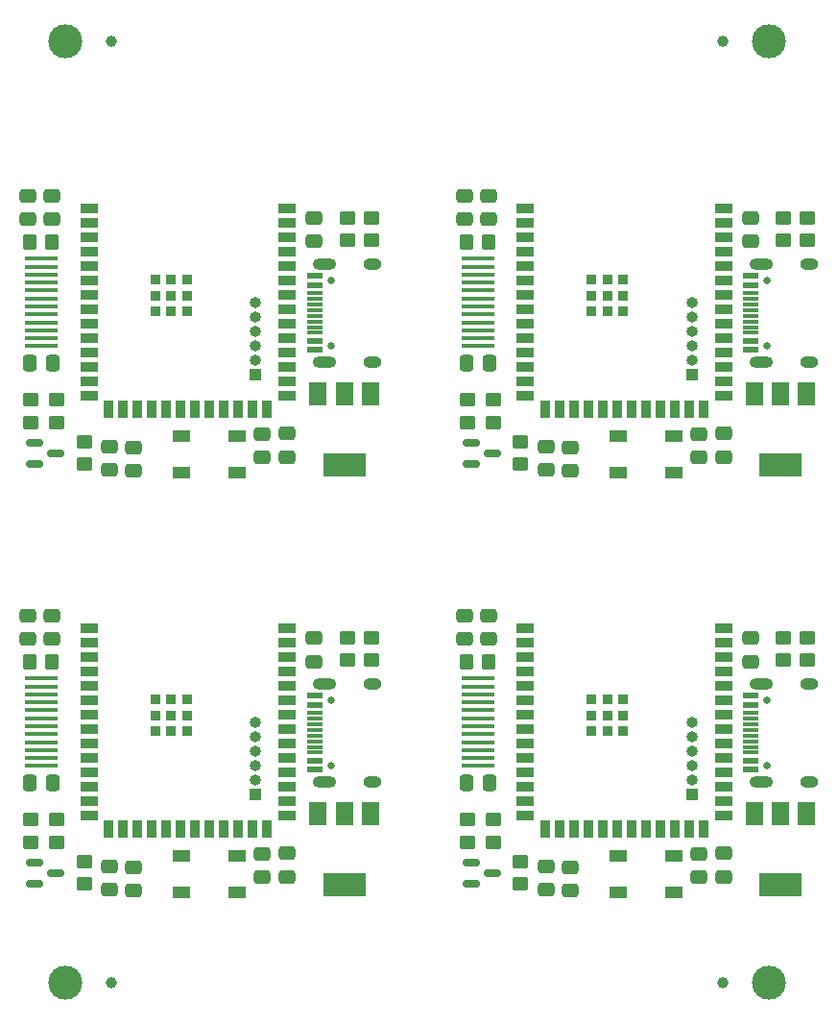
<source format=gts>
G04 #@! TF.GenerationSoftware,KiCad,Pcbnew,6.0.4-6f826c9f35~116~ubuntu20.04.1*
G04 #@! TF.CreationDate,2022-04-01T21:21:36+11:00*
G04 #@! TF.ProjectId,panel,70616e65-6c2e-46b6-9963-61645f706362,rev?*
G04 #@! TF.SameCoordinates,Original*
G04 #@! TF.FileFunction,Soldermask,Top*
G04 #@! TF.FilePolarity,Negative*
%FSLAX46Y46*%
G04 Gerber Fmt 4.6, Leading zero omitted, Abs format (unit mm)*
G04 Created by KiCad (PCBNEW 6.0.4-6f826c9f35~116~ubuntu20.04.1) date 2022-04-01 21:21:36*
%MOMM*%
%LPD*%
G01*
G04 APERTURE LIST*
G04 Aperture macros list*
%AMRoundRect*
0 Rectangle with rounded corners*
0 $1 Rounding radius*
0 $2 $3 $4 $5 $6 $7 $8 $9 X,Y pos of 4 corners*
0 Add a 4 corners polygon primitive as box body*
4,1,4,$2,$3,$4,$5,$6,$7,$8,$9,$2,$3,0*
0 Add four circle primitives for the rounded corners*
1,1,$1+$1,$2,$3*
1,1,$1+$1,$4,$5*
1,1,$1+$1,$6,$7*
1,1,$1+$1,$8,$9*
0 Add four rect primitives between the rounded corners*
20,1,$1+$1,$2,$3,$4,$5,0*
20,1,$1+$1,$4,$5,$6,$7,0*
20,1,$1+$1,$6,$7,$8,$9,0*
20,1,$1+$1,$8,$9,$2,$3,0*%
G04 Aperture macros list end*
%ADD10RoundRect,0.250000X0.475000X-0.337500X0.475000X0.337500X-0.475000X0.337500X-0.475000X-0.337500X0*%
%ADD11RoundRect,0.250000X-0.450000X0.350000X-0.450000X-0.350000X0.450000X-0.350000X0.450000X0.350000X0*%
%ADD12R,3.000000X0.350000*%
%ADD13R,1.500000X0.900000*%
%ADD14R,0.900000X1.500000*%
%ADD15R,0.900000X0.900000*%
%ADD16RoundRect,0.150000X-0.587500X-0.150000X0.587500X-0.150000X0.587500X0.150000X-0.587500X0.150000X0*%
%ADD17C,0.650000*%
%ADD18R,1.450000X0.600000*%
%ADD19R,1.450000X0.300000*%
%ADD20O,2.100000X1.000000*%
%ADD21O,1.600000X1.000000*%
%ADD22RoundRect,0.250000X0.450000X-0.350000X0.450000X0.350000X-0.450000X0.350000X-0.450000X-0.350000X0*%
%ADD23R,1.000000X1.000000*%
%ADD24O,1.000000X1.000000*%
%ADD25RoundRect,0.250000X-0.475000X0.337500X-0.475000X-0.337500X0.475000X-0.337500X0.475000X0.337500X0*%
%ADD26C,1.000000*%
%ADD27R,1.500000X2.000000*%
%ADD28R,3.800000X2.000000*%
%ADD29RoundRect,0.250000X-0.350000X-0.450000X0.350000X-0.450000X0.350000X0.450000X-0.350000X0.450000X0*%
%ADD30R,1.500000X1.000000*%
%ADD31RoundRect,0.250000X-0.337500X-0.475000X0.337500X-0.475000X0.337500X0.475000X-0.337500X0.475000X0*%
%ADD32C,3.000000*%
G04 APERTURE END LIST*
D10*
X60174999Y-81687502D03*
X60174999Y-79612502D03*
D11*
X39874999Y-62324999D03*
X39874999Y-64324999D03*
D12*
X36124999Y-90900002D03*
X36124999Y-90200002D03*
X36124999Y-89500002D03*
X36124999Y-88800002D03*
X36124999Y-88100002D03*
X36124999Y-87400002D03*
X36124999Y-86700002D03*
X36124999Y-86000002D03*
X36124999Y-85300002D03*
X36124999Y-84600002D03*
X36124999Y-83900002D03*
X36124999Y-83200002D03*
D13*
X40299999Y-78740002D03*
X40299999Y-80010002D03*
X40299999Y-81280002D03*
X40299999Y-82550002D03*
X40299999Y-83820002D03*
X40299999Y-85090002D03*
X40299999Y-86360002D03*
X40299999Y-87630002D03*
X40299999Y-88900002D03*
X40299999Y-90170002D03*
X40299999Y-91440002D03*
X40299999Y-92710002D03*
X40299999Y-93980002D03*
X40299999Y-95250002D03*
D14*
X42064999Y-96500002D03*
X43334999Y-96500002D03*
X44604999Y-96500002D03*
X45874999Y-96500002D03*
X47144999Y-96500002D03*
X48414999Y-96500002D03*
X49684999Y-96500002D03*
X50954999Y-96500002D03*
X52224999Y-96500002D03*
X53494999Y-96500002D03*
X54764999Y-96500002D03*
X56034999Y-96500002D03*
D13*
X57799999Y-95250002D03*
X57799999Y-93980002D03*
X57799999Y-92710002D03*
X57799999Y-91440002D03*
X57799999Y-90170002D03*
X57799999Y-88900002D03*
X57799999Y-87630002D03*
X57799999Y-86360002D03*
X57799999Y-85090002D03*
X57799999Y-83820002D03*
X57799999Y-82550002D03*
X57799999Y-81280002D03*
X57799999Y-80010002D03*
X57799999Y-78740002D03*
D15*
X48949999Y-86460002D03*
X48949999Y-85060002D03*
X46149999Y-87860002D03*
X46149999Y-86460002D03*
X46149999Y-85060002D03*
X48949999Y-87860002D03*
X47549999Y-86460002D03*
X47549999Y-85060002D03*
X47549999Y-87860002D03*
D16*
X74037502Y-99400002D03*
X74037502Y-101300002D03*
X75912502Y-100350002D03*
D17*
X100150002Y-48084999D03*
X100150002Y-53864999D03*
D18*
X98705002Y-54224999D03*
X98705002Y-53424999D03*
D19*
X98705002Y-52224999D03*
X98705002Y-51224999D03*
X98705002Y-50724999D03*
X98705002Y-49724999D03*
D18*
X98705002Y-48524999D03*
X98705002Y-47724999D03*
X98705002Y-47724999D03*
X98705002Y-48524999D03*
D19*
X98705002Y-49224999D03*
X98705002Y-50224999D03*
X98705002Y-51724999D03*
X98705002Y-52724999D03*
D18*
X98705002Y-53424999D03*
X98705002Y-54224999D03*
D20*
X99620002Y-55294999D03*
D21*
X103800002Y-55294999D03*
X103800002Y-46654999D03*
D20*
X99620002Y-46654999D03*
D16*
X35537499Y-62399999D03*
X35537499Y-64299999D03*
X37412499Y-63349999D03*
D13*
X78800002Y-41739999D03*
X78800002Y-43009999D03*
X78800002Y-44279999D03*
X78800002Y-45549999D03*
X78800002Y-46819999D03*
X78800002Y-48089999D03*
X78800002Y-49359999D03*
X78800002Y-50629999D03*
X78800002Y-51899999D03*
X78800002Y-53169999D03*
X78800002Y-54439999D03*
X78800002Y-55709999D03*
X78800002Y-56979999D03*
X78800002Y-58249999D03*
D14*
X80565002Y-59499999D03*
X81835002Y-59499999D03*
X83105002Y-59499999D03*
X84375002Y-59499999D03*
X85645002Y-59499999D03*
X86915002Y-59499999D03*
X88185002Y-59499999D03*
X89455002Y-59499999D03*
X90725002Y-59499999D03*
X91995002Y-59499999D03*
X93265002Y-59499999D03*
X94535002Y-59499999D03*
D13*
X96300002Y-58249999D03*
X96300002Y-56979999D03*
X96300002Y-55709999D03*
X96300002Y-54439999D03*
X96300002Y-53169999D03*
X96300002Y-51899999D03*
X96300002Y-50629999D03*
X96300002Y-49359999D03*
X96300002Y-48089999D03*
X96300002Y-46819999D03*
X96300002Y-45549999D03*
X96300002Y-44279999D03*
X96300002Y-43009999D03*
X96300002Y-41739999D03*
D15*
X86050002Y-49459999D03*
X87450002Y-50859999D03*
X87450002Y-49459999D03*
X84650002Y-48059999D03*
X84650002Y-49459999D03*
X86050002Y-50859999D03*
X84650002Y-50859999D03*
X87450002Y-48059999D03*
X86050002Y-48059999D03*
D22*
X37449999Y-97625002D03*
X37449999Y-95625002D03*
D23*
X93525002Y-56374999D03*
D24*
X93525002Y-55104999D03*
X93525002Y-53834999D03*
X93525002Y-52564999D03*
X93525002Y-51294999D03*
X93525002Y-50024999D03*
D13*
X78800002Y-78740002D03*
X78800002Y-80010002D03*
X78800002Y-81280002D03*
X78800002Y-82550002D03*
X78800002Y-83820002D03*
X78800002Y-85090002D03*
X78800002Y-86360002D03*
X78800002Y-87630002D03*
X78800002Y-88900002D03*
X78800002Y-90170002D03*
X78800002Y-91440002D03*
X78800002Y-92710002D03*
X78800002Y-93980002D03*
X78800002Y-95250002D03*
D14*
X80565002Y-96500002D03*
X81835002Y-96500002D03*
X83105002Y-96500002D03*
X84375002Y-96500002D03*
X85645002Y-96500002D03*
X86915002Y-96500002D03*
X88185002Y-96500002D03*
X89455002Y-96500002D03*
X90725002Y-96500002D03*
X91995002Y-96500002D03*
X93265002Y-96500002D03*
X94535002Y-96500002D03*
D13*
X96300002Y-95250002D03*
X96300002Y-93980002D03*
X96300002Y-92710002D03*
X96300002Y-91440002D03*
X96300002Y-90170002D03*
X96300002Y-88900002D03*
X96300002Y-87630002D03*
X96300002Y-86360002D03*
X96300002Y-85090002D03*
X96300002Y-83820002D03*
X96300002Y-82550002D03*
X96300002Y-81280002D03*
X96300002Y-80010002D03*
X96300002Y-78740002D03*
D15*
X86050002Y-87860002D03*
X87450002Y-87860002D03*
X86050002Y-86460002D03*
X86050002Y-85060002D03*
X84650002Y-86460002D03*
X87450002Y-86460002D03*
X87450002Y-85060002D03*
X84650002Y-85060002D03*
X84650002Y-87860002D03*
D12*
X36124999Y-53899999D03*
X36124999Y-53199999D03*
X36124999Y-52499999D03*
X36124999Y-51799999D03*
X36124999Y-51099999D03*
X36124999Y-50399999D03*
X36124999Y-49699999D03*
X36124999Y-48999999D03*
X36124999Y-48299999D03*
X36124999Y-47599999D03*
X36124999Y-46899999D03*
X36124999Y-46199999D03*
D25*
X57799999Y-61599999D03*
X57799999Y-63674999D03*
D22*
X75950002Y-97625002D03*
X75950002Y-95625002D03*
D26*
X96251000Y-27002000D03*
D10*
X55599999Y-100712502D03*
X55599999Y-98637502D03*
D16*
X74037502Y-62399999D03*
X74037502Y-64299999D03*
X75912502Y-63349999D03*
D10*
X82750002Y-101887502D03*
X82750002Y-99812502D03*
D23*
X55024999Y-56374999D03*
D24*
X55024999Y-55104999D03*
X55024999Y-53834999D03*
X55024999Y-52564999D03*
X55024999Y-51294999D03*
X55024999Y-50024999D03*
D10*
X94100002Y-63712499D03*
X94100002Y-61637499D03*
D11*
X35174999Y-58649999D03*
X35174999Y-60649999D03*
D23*
X55024999Y-93375002D03*
D24*
X55024999Y-92105002D03*
X55024999Y-90835002D03*
X55024999Y-89565002D03*
X55024999Y-88295002D03*
X55024999Y-87025002D03*
D27*
X103625002Y-95100002D03*
X101325002Y-95100002D03*
D28*
X101325002Y-101400002D03*
D27*
X99025002Y-95100002D03*
D22*
X63074999Y-81575002D03*
X63074999Y-79575002D03*
D29*
X73575002Y-44724999D03*
X75575002Y-44724999D03*
D17*
X100150002Y-85085002D03*
X100150002Y-90865002D03*
D18*
X98705002Y-91225002D03*
X98705002Y-90425002D03*
D19*
X98705002Y-89225002D03*
X98705002Y-88225002D03*
X98705002Y-87725002D03*
X98705002Y-86725002D03*
D18*
X98705002Y-85525002D03*
X98705002Y-84725002D03*
X98705002Y-84725002D03*
X98705002Y-85525002D03*
D19*
X98705002Y-86225002D03*
X98705002Y-87225002D03*
X98705002Y-88725002D03*
X98705002Y-89725002D03*
D18*
X98705002Y-90425002D03*
X98705002Y-91225002D03*
D20*
X99620002Y-92295002D03*
X99620002Y-83655002D03*
D21*
X103800002Y-83655002D03*
X103800002Y-92295002D03*
D22*
X75950002Y-60624999D03*
X75950002Y-58624999D03*
D27*
X103625002Y-58099999D03*
X101325002Y-58099999D03*
D28*
X101325002Y-64399999D03*
D27*
X99025002Y-58099999D03*
D10*
X82750002Y-64887499D03*
X82750002Y-62812499D03*
D25*
X96300002Y-98600002D03*
X96300002Y-100675002D03*
D11*
X78375002Y-99325002D03*
X78375002Y-101325002D03*
D23*
X93525002Y-93375002D03*
D24*
X93525002Y-92105002D03*
X93525002Y-90835002D03*
X93525002Y-89565002D03*
X93525002Y-88295002D03*
X93525002Y-87025002D03*
D30*
X48474999Y-98825002D03*
X48474999Y-102025002D03*
X53374999Y-102025002D03*
X53374999Y-98825002D03*
D22*
X101575002Y-44574999D03*
X101575002Y-42574999D03*
D26*
X96251000Y-109998000D03*
D10*
X98675002Y-44687499D03*
X98675002Y-42612499D03*
D22*
X63074999Y-44574999D03*
X63074999Y-42574999D03*
D29*
X35074999Y-44724999D03*
X37074999Y-44724999D03*
D10*
X42099999Y-64837499D03*
X42099999Y-62762499D03*
X80600002Y-64837499D03*
X80600002Y-62762499D03*
X44249999Y-64887499D03*
X44249999Y-62812499D03*
X60174999Y-44687499D03*
X60174999Y-42612499D03*
D22*
X65199999Y-44574999D03*
X65199999Y-42574999D03*
D29*
X35074999Y-81725002D03*
X37074999Y-81725002D03*
D10*
X37074999Y-79712502D03*
X37074999Y-77637502D03*
X73450002Y-42737499D03*
X73450002Y-40662499D03*
D22*
X103700002Y-81575002D03*
X103700002Y-79575002D03*
D30*
X86975002Y-98825002D03*
X86975002Y-102025002D03*
X91875002Y-102025002D03*
X91875002Y-98825002D03*
D31*
X35087499Y-55399999D03*
X37162499Y-55399999D03*
D22*
X103700002Y-44574999D03*
X103700002Y-42574999D03*
D17*
X61649999Y-53864999D03*
X61649999Y-48084999D03*
D18*
X60204999Y-54224999D03*
X60204999Y-53424999D03*
D19*
X60204999Y-52224999D03*
X60204999Y-51224999D03*
X60204999Y-50724999D03*
X60204999Y-49724999D03*
D18*
X60204999Y-48524999D03*
X60204999Y-47724999D03*
X60204999Y-47724999D03*
X60204999Y-48524999D03*
D19*
X60204999Y-49224999D03*
X60204999Y-50224999D03*
X60204999Y-51724999D03*
X60204999Y-52724999D03*
D18*
X60204999Y-53424999D03*
X60204999Y-54224999D03*
D21*
X65299999Y-46654999D03*
X65299999Y-55294999D03*
D20*
X61119999Y-46654999D03*
X61119999Y-55294999D03*
D31*
X35087499Y-92400002D03*
X37162499Y-92400002D03*
D10*
X44249999Y-101887502D03*
X44249999Y-99812502D03*
X34949999Y-42737499D03*
X34949999Y-40662499D03*
D32*
X100251000Y-109998000D03*
D10*
X42099999Y-101837502D03*
X42099999Y-99762502D03*
D11*
X35174999Y-95650002D03*
X35174999Y-97650002D03*
D31*
X73587502Y-92400002D03*
X75662502Y-92400002D03*
D27*
X65124999Y-95100002D03*
X62824999Y-95100002D03*
D28*
X62824999Y-101400002D03*
D27*
X60524999Y-95100002D03*
D32*
X38249000Y-27002000D03*
D29*
X73575002Y-81725002D03*
X75575002Y-81725002D03*
D11*
X73675002Y-95650002D03*
X73675002Y-97650002D03*
D10*
X80600002Y-101837502D03*
X80600002Y-99762502D03*
D11*
X78375002Y-62324999D03*
X78375002Y-64324999D03*
D17*
X61649999Y-90865002D03*
X61649999Y-85085002D03*
D18*
X60204999Y-91225002D03*
X60204999Y-90425002D03*
D19*
X60204999Y-89225002D03*
X60204999Y-88225002D03*
X60204999Y-87725002D03*
X60204999Y-86725002D03*
D18*
X60204999Y-85525002D03*
X60204999Y-84725002D03*
X60204999Y-84725002D03*
X60204999Y-85525002D03*
D19*
X60204999Y-86225002D03*
X60204999Y-87225002D03*
X60204999Y-88725002D03*
X60204999Y-89725002D03*
D18*
X60204999Y-90425002D03*
X60204999Y-91225002D03*
D21*
X65299999Y-92295002D03*
D20*
X61119999Y-83655002D03*
X61119999Y-92295002D03*
D21*
X65299999Y-83655002D03*
D22*
X37449999Y-60624999D03*
X37449999Y-58624999D03*
D12*
X74625002Y-53899999D03*
X74625002Y-53199999D03*
X74625002Y-52499999D03*
X74625002Y-51799999D03*
X74625002Y-51099999D03*
X74625002Y-50399999D03*
X74625002Y-49699999D03*
X74625002Y-48999999D03*
X74625002Y-48299999D03*
X74625002Y-47599999D03*
X74625002Y-46899999D03*
X74625002Y-46199999D03*
D10*
X34949999Y-79737502D03*
X34949999Y-77662502D03*
D26*
X42249000Y-109998000D03*
D32*
X100251000Y-27002000D03*
D10*
X37074999Y-42712499D03*
X37074999Y-40637499D03*
D16*
X35537499Y-99400002D03*
X35537499Y-101300002D03*
X37412499Y-100350002D03*
D10*
X75575002Y-42712499D03*
X75575002Y-40637499D03*
X94100002Y-100712502D03*
X94100002Y-98637502D03*
D25*
X57799999Y-98600002D03*
X57799999Y-100675002D03*
D10*
X55599999Y-63712499D03*
X55599999Y-61637499D03*
D27*
X65124999Y-58099999D03*
D28*
X62824999Y-64399999D03*
D27*
X62824999Y-58099999D03*
X60524999Y-58099999D03*
D11*
X39874999Y-99325002D03*
X39874999Y-101325002D03*
D12*
X74625002Y-90900002D03*
X74625002Y-90200002D03*
X74625002Y-89500002D03*
X74625002Y-88800002D03*
X74625002Y-88100002D03*
X74625002Y-87400002D03*
X74625002Y-86700002D03*
X74625002Y-86000002D03*
X74625002Y-85300002D03*
X74625002Y-84600002D03*
X74625002Y-83900002D03*
X74625002Y-83200002D03*
D30*
X48474999Y-61824999D03*
X48474999Y-65024999D03*
X53374999Y-65024999D03*
X53374999Y-61824999D03*
D13*
X40299999Y-41739999D03*
X40299999Y-43009999D03*
X40299999Y-44279999D03*
X40299999Y-45549999D03*
X40299999Y-46819999D03*
X40299999Y-48089999D03*
X40299999Y-49359999D03*
X40299999Y-50629999D03*
X40299999Y-51899999D03*
X40299999Y-53169999D03*
X40299999Y-54439999D03*
X40299999Y-55709999D03*
X40299999Y-56979999D03*
X40299999Y-58249999D03*
D14*
X42064999Y-59499999D03*
X43334999Y-59499999D03*
X44604999Y-59499999D03*
X45874999Y-59499999D03*
X47144999Y-59499999D03*
X48414999Y-59499999D03*
X49684999Y-59499999D03*
X50954999Y-59499999D03*
X52224999Y-59499999D03*
X53494999Y-59499999D03*
X54764999Y-59499999D03*
X56034999Y-59499999D03*
D13*
X57799999Y-58249999D03*
X57799999Y-56979999D03*
X57799999Y-55709999D03*
X57799999Y-54439999D03*
X57799999Y-53169999D03*
X57799999Y-51899999D03*
X57799999Y-50629999D03*
X57799999Y-49359999D03*
X57799999Y-48089999D03*
X57799999Y-46819999D03*
X57799999Y-45549999D03*
X57799999Y-44279999D03*
X57799999Y-43009999D03*
X57799999Y-41739999D03*
D15*
X48949999Y-49459999D03*
X47549999Y-49459999D03*
X48949999Y-50859999D03*
X47549999Y-48059999D03*
X47549999Y-50859999D03*
X48949999Y-48059999D03*
X46149999Y-50859999D03*
X46149999Y-48059999D03*
X46149999Y-49459999D03*
D26*
X42249000Y-27002000D03*
D22*
X101575002Y-81575002D03*
X101575002Y-79575002D03*
D10*
X73450002Y-79737502D03*
X73450002Y-77662502D03*
D32*
X38249000Y-109998000D03*
D25*
X96300002Y-61599999D03*
X96300002Y-63674999D03*
D30*
X86975002Y-61824999D03*
X86975002Y-65024999D03*
X91875002Y-65024999D03*
X91875002Y-61824999D03*
D11*
X73675002Y-58649999D03*
X73675002Y-60649999D03*
D22*
X65199999Y-81575002D03*
X65199999Y-79575002D03*
D10*
X75575002Y-79712502D03*
X75575002Y-77637502D03*
D31*
X73587502Y-55399999D03*
X75662502Y-55399999D03*
D10*
X98675002Y-81687502D03*
X98675002Y-79612502D03*
M02*

</source>
